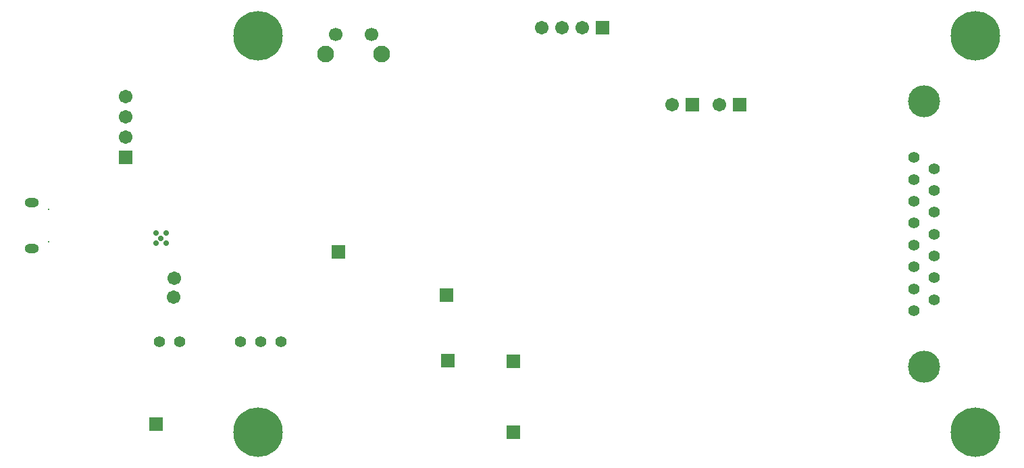
<source format=gbs>
G04*
G04 #@! TF.GenerationSoftware,Altium Limited,Altium Designer,18.1.9 (240)*
G04*
G04 Layer_Color=16711935*
%FSAX25Y25*%
%MOIN*%
G70*
G01*
G75*
%ADD75R,0.00800X0.00800*%
%ADD76O,0.07099X0.04737*%
%ADD77C,0.15800*%
%ADD78C,0.05500*%
%ADD79C,0.05524*%
%ADD80R,0.06706X0.06706*%
%ADD81C,0.24422*%
%ADD82C,0.06706*%
%ADD83R,0.06706X0.06706*%
%ADD84C,0.08268*%
%ADD85C,0.06693*%
%ADD86C,0.02769*%
D75*
X0110135Y0216433D02*
D03*
Y0232378D02*
D03*
D76*
X0101671Y0213075D02*
D03*
Y0235713D02*
D03*
D77*
X0542200Y0154631D02*
D03*
Y0285731D02*
D03*
D78*
X0547200Y0187819D02*
D03*
Y0198606D02*
D03*
Y0209394D02*
D03*
Y0220181D02*
D03*
Y0230968D02*
D03*
Y0241756D02*
D03*
Y0252543D02*
D03*
X0537200Y0182425D02*
D03*
Y0193213D02*
D03*
Y0204000D02*
D03*
Y0214787D02*
D03*
Y0225575D02*
D03*
Y0236362D02*
D03*
Y0247150D02*
D03*
Y0257937D02*
D03*
D79*
X0164917Y0166913D02*
D03*
X0174917D02*
D03*
X0204917D02*
D03*
X0214916D02*
D03*
X0224917D02*
D03*
D80*
X0252948Y0211267D02*
D03*
X0163047Y0126225D02*
D03*
X0339562Y0157302D02*
D03*
X0306578Y0190025D02*
D03*
X0306921Y0157550D02*
D03*
X0339562Y0122425D02*
D03*
X0451078Y0284125D02*
D03*
X0427778D02*
D03*
X0383578Y0321925D02*
D03*
D81*
X0567278Y0122425D02*
D03*
Y0317925D02*
D03*
X0213578D02*
D03*
Y0122425D02*
D03*
D82*
X0171846Y0188961D02*
D03*
X0172239Y0198409D02*
D03*
X0441078Y0284125D02*
D03*
X0417778D02*
D03*
X0373578Y0321925D02*
D03*
X0363578D02*
D03*
X0353578D02*
D03*
X0148224Y0267937D02*
D03*
Y0277937D02*
D03*
Y0287937D02*
D03*
D83*
Y0257937D02*
D03*
D84*
X0246778Y0308925D02*
D03*
X0274337D02*
D03*
D85*
X0251699Y0318728D02*
D03*
X0269416D02*
D03*
D86*
X0165547Y0218094D02*
D03*
X0163047Y0220595D02*
D03*
X0168046Y0215595D02*
D03*
Y0220595D02*
D03*
X0163047Y0215595D02*
D03*
M02*

</source>
